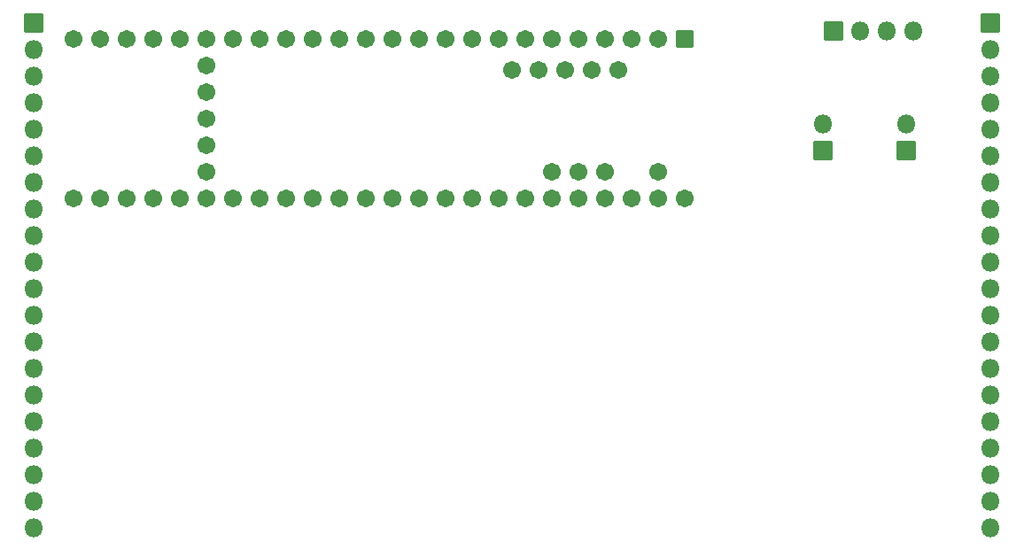
<source format=gbr>
G04 #@! TF.GenerationSoftware,KiCad,Pcbnew,(6.0.7-1)-1*
G04 #@! TF.CreationDate,2022-10-14T20:53:50-04:00*
G04 #@! TF.ProjectId,ebike_TFT,6562696b-655f-4544-9654-2e6b69636164,rev?*
G04 #@! TF.SameCoordinates,Original*
G04 #@! TF.FileFunction,Soldermask,Top*
G04 #@! TF.FilePolarity,Negative*
%FSLAX46Y46*%
G04 Gerber Fmt 4.6, Leading zero omitted, Abs format (unit mm)*
G04 Created by KiCad (PCBNEW (6.0.7-1)-1) date 2022-10-14 20:53:50*
%MOMM*%
%LPD*%
G01*
G04 APERTURE LIST*
G04 Aperture macros list*
%AMRoundRect*
0 Rectangle with rounded corners*
0 $1 Rounding radius*
0 $2 $3 $4 $5 $6 $7 $8 $9 X,Y pos of 4 corners*
0 Add a 4 corners polygon primitive as box body*
4,1,4,$2,$3,$4,$5,$6,$7,$8,$9,$2,$3,0*
0 Add four circle primitives for the rounded corners*
1,1,$1+$1,$2,$3*
1,1,$1+$1,$4,$5*
1,1,$1+$1,$6,$7*
1,1,$1+$1,$8,$9*
0 Add four rect primitives between the rounded corners*
20,1,$1+$1,$2,$3,$4,$5,0*
20,1,$1+$1,$4,$5,$6,$7,0*
20,1,$1+$1,$6,$7,$8,$9,0*
20,1,$1+$1,$8,$9,$2,$3,0*%
G04 Aperture macros list end*
%ADD10C,1.702000*%
%ADD11RoundRect,0.051000X0.800000X0.800000X-0.800000X0.800000X-0.800000X-0.800000X0.800000X-0.800000X0*%
%ADD12RoundRect,0.051000X-0.850000X-0.850000X0.850000X-0.850000X0.850000X0.850000X-0.850000X0.850000X0*%
%ADD13O,1.802000X1.802000*%
%ADD14RoundRect,0.051000X0.850000X-0.850000X0.850000X0.850000X-0.850000X0.850000X-0.850000X-0.850000X0*%
%ADD15RoundRect,0.051000X0.850000X0.850000X-0.850000X0.850000X-0.850000X-0.850000X0.850000X-0.850000X0*%
G04 APERTURE END LIST*
D10*
X46990000Y-26924000D03*
X44450000Y-26924000D03*
X41910000Y-26924000D03*
X39370000Y-26924000D03*
X49530000Y-26924000D03*
X52070000Y-26924000D03*
X54610000Y-26924000D03*
X36830000Y-26924000D03*
X34290000Y-26924000D03*
X31750000Y-26924000D03*
X29210000Y-26924000D03*
X41910000Y-29464000D03*
X41910000Y-32004000D03*
X41910000Y-34544000D03*
X41910000Y-37084000D03*
X41910000Y-39624000D03*
X29210000Y-42164000D03*
X31750000Y-42164000D03*
X34290000Y-42164000D03*
X36830000Y-42164000D03*
X39370000Y-42164000D03*
X41910000Y-42164000D03*
X44450000Y-42164000D03*
X46990000Y-42164000D03*
X57150000Y-26924000D03*
X59690000Y-26924000D03*
X62230000Y-26924000D03*
X64770000Y-26924000D03*
X67310000Y-26924000D03*
X69850000Y-26924000D03*
X72390000Y-26924000D03*
X74930000Y-26924000D03*
X77470000Y-26924000D03*
X80010000Y-26924000D03*
X82550000Y-26924000D03*
X85090000Y-26924000D03*
D11*
X87630000Y-26924000D03*
D10*
X49530000Y-42164000D03*
X52070000Y-42164000D03*
X54610000Y-42164000D03*
X57150000Y-42164000D03*
X59690000Y-42164000D03*
X62230000Y-42164000D03*
X64770000Y-42164000D03*
X67310000Y-42164000D03*
X69850000Y-42164000D03*
X72390000Y-42164000D03*
X74930000Y-42164000D03*
X77470000Y-42164000D03*
X80010000Y-42164000D03*
X82550000Y-42164000D03*
X85090000Y-42164000D03*
X87630000Y-42164000D03*
X85090000Y-39624000D03*
X80010000Y-39624000D03*
X77470000Y-39624000D03*
X74930000Y-39624000D03*
X81280000Y-29924000D03*
X78740000Y-29924000D03*
X76200000Y-29924000D03*
X73660000Y-29924000D03*
X71120000Y-29924000D03*
D12*
X116840000Y-25400000D03*
D13*
X116840000Y-27940000D03*
X116840000Y-30480000D03*
X116840000Y-33020000D03*
X116840000Y-35560000D03*
X116840000Y-38100000D03*
X116840000Y-40640000D03*
X116840000Y-43180000D03*
X116840000Y-45720000D03*
X116840000Y-48260000D03*
X116840000Y-50800000D03*
X116840000Y-53340000D03*
X116840000Y-55880000D03*
X116840000Y-58420000D03*
X116840000Y-60960000D03*
X116840000Y-63500000D03*
X116840000Y-66040000D03*
X116840000Y-68580000D03*
X116840000Y-71120000D03*
X116840000Y-73660000D03*
D12*
X25400000Y-25400000D03*
D13*
X25400000Y-27940000D03*
X25400000Y-30480000D03*
X25400000Y-33020000D03*
X25400000Y-35560000D03*
X25400000Y-38100000D03*
X25400000Y-40640000D03*
X25400000Y-43180000D03*
X25400000Y-45720000D03*
X25400000Y-48260000D03*
X25400000Y-50800000D03*
X25400000Y-53340000D03*
X25400000Y-55880000D03*
X25400000Y-58420000D03*
X25400000Y-60960000D03*
X25400000Y-63500000D03*
X25400000Y-66040000D03*
X25400000Y-68580000D03*
X25400000Y-71120000D03*
X25400000Y-73660000D03*
D14*
X101800000Y-26200000D03*
D13*
X104340000Y-26200000D03*
X106880000Y-26200000D03*
X109420000Y-26200000D03*
D15*
X100850000Y-37650000D03*
D13*
X100850000Y-35110000D03*
D15*
X108800000Y-37650000D03*
D13*
X108800000Y-35110000D03*
M02*

</source>
